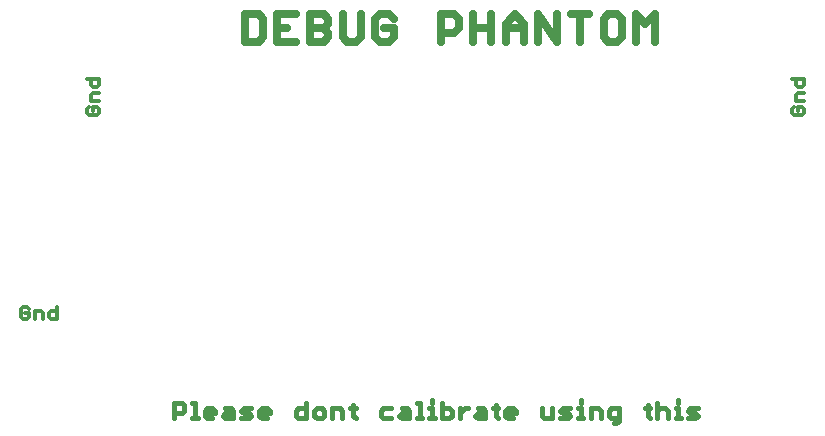
<source format=gto>
G75*
%MOIN*%
%OFA0B0*%
%FSLAX25Y25*%
%IPPOS*%
%LPD*%
%AMOC8*
5,1,8,0,0,1.08239X$1,22.5*
%
%ADD10C,0.02700*%
%ADD11C,0.01500*%
%ADD12C,0.01200*%
D10*
X0089960Y0137244D02*
X0094519Y0137244D01*
X0096039Y0138764D01*
X0096039Y0144843D01*
X0094519Y0146363D01*
X0089960Y0146363D01*
X0089960Y0137244D01*
X0100835Y0137244D02*
X0106914Y0137244D01*
X0111711Y0137244D02*
X0116270Y0137244D01*
X0117790Y0138764D01*
X0117790Y0140284D01*
X0116270Y0141804D01*
X0111711Y0141804D01*
X0116270Y0141804D02*
X0117790Y0143324D01*
X0117790Y0144843D01*
X0116270Y0146363D01*
X0111711Y0146363D01*
X0111711Y0137244D01*
X0103875Y0141804D02*
X0100835Y0141804D01*
X0100835Y0146363D02*
X0100835Y0137244D01*
X0100835Y0146363D02*
X0106914Y0146363D01*
X0122586Y0146363D02*
X0122586Y0138764D01*
X0124106Y0137244D01*
X0127145Y0137244D01*
X0128665Y0138764D01*
X0128665Y0146363D01*
X0133461Y0144843D02*
X0133461Y0138764D01*
X0134981Y0137244D01*
X0138021Y0137244D01*
X0139541Y0138764D01*
X0139541Y0141804D01*
X0136501Y0141804D01*
X0139541Y0144843D02*
X0138021Y0146363D01*
X0134981Y0146363D01*
X0133461Y0144843D01*
X0155212Y0146363D02*
X0155212Y0137244D01*
X0155212Y0140284D02*
X0159772Y0140284D01*
X0161291Y0141804D01*
X0161291Y0144843D01*
X0159772Y0146363D01*
X0155212Y0146363D01*
X0166088Y0146363D02*
X0166088Y0137244D01*
X0172167Y0137244D02*
X0172167Y0146363D01*
X0176963Y0143324D02*
X0180003Y0146363D01*
X0183042Y0143324D01*
X0183042Y0137244D01*
X0187839Y0137244D02*
X0187839Y0146363D01*
X0193918Y0137244D01*
X0193918Y0146363D01*
X0198714Y0146363D02*
X0204793Y0146363D01*
X0201754Y0146363D02*
X0201754Y0137244D01*
X0209589Y0138764D02*
X0211109Y0137244D01*
X0214149Y0137244D01*
X0215669Y0138764D01*
X0215669Y0144843D01*
X0214149Y0146363D01*
X0211109Y0146363D01*
X0209589Y0144843D01*
X0209589Y0138764D01*
X0220465Y0137244D02*
X0220465Y0146363D01*
X0223504Y0143324D01*
X0226544Y0146363D01*
X0226544Y0137244D01*
X0183042Y0141804D02*
X0176963Y0141804D01*
X0176963Y0143324D02*
X0176963Y0137244D01*
X0172167Y0141804D02*
X0166088Y0141804D01*
D11*
X0066424Y0016854D02*
X0066424Y0011750D01*
X0066424Y0013451D02*
X0068976Y0013451D01*
X0069827Y0014302D01*
X0069827Y0016004D01*
X0068976Y0016854D01*
X0066424Y0016854D01*
X0072501Y0016854D02*
X0073352Y0016854D01*
X0073352Y0011750D01*
X0072501Y0011750D02*
X0074203Y0011750D01*
X0076553Y0012601D02*
X0076553Y0014302D01*
X0077404Y0015153D01*
X0079105Y0015153D01*
X0079956Y0014302D01*
X0079956Y0013451D01*
X0076553Y0013451D01*
X0076553Y0012601D02*
X0077404Y0011750D01*
X0079105Y0011750D01*
X0082630Y0012601D02*
X0083481Y0013451D01*
X0086033Y0013451D01*
X0086033Y0014302D02*
X0086033Y0011750D01*
X0083481Y0011750D01*
X0082630Y0012601D01*
X0083481Y0015153D02*
X0085182Y0015153D01*
X0086033Y0014302D01*
X0088707Y0014302D02*
X0089558Y0015153D01*
X0092110Y0015153D01*
X0091259Y0013451D02*
X0089558Y0013451D01*
X0088707Y0014302D01*
X0088707Y0011750D02*
X0091259Y0011750D01*
X0092110Y0012601D01*
X0091259Y0013451D01*
X0094784Y0013451D02*
X0098187Y0013451D01*
X0098187Y0014302D01*
X0097337Y0015153D01*
X0095635Y0015153D01*
X0094784Y0014302D01*
X0094784Y0012601D01*
X0095635Y0011750D01*
X0097337Y0011750D01*
X0106939Y0012601D02*
X0106939Y0014302D01*
X0107790Y0015153D01*
X0110342Y0015153D01*
X0110342Y0016854D02*
X0110342Y0011750D01*
X0107790Y0011750D01*
X0106939Y0012601D01*
X0113016Y0012601D02*
X0113867Y0011750D01*
X0115568Y0011750D01*
X0116419Y0012601D01*
X0116419Y0014302D01*
X0115568Y0015153D01*
X0113867Y0015153D01*
X0113016Y0014302D01*
X0113016Y0012601D01*
X0119093Y0011750D02*
X0119093Y0015153D01*
X0121645Y0015153D01*
X0122496Y0014302D01*
X0122496Y0011750D01*
X0126021Y0012601D02*
X0126872Y0011750D01*
X0126021Y0012601D02*
X0126021Y0016004D01*
X0125170Y0015153D02*
X0126872Y0015153D01*
X0135299Y0014302D02*
X0135299Y0012601D01*
X0136150Y0011750D01*
X0138702Y0011750D01*
X0141376Y0012601D02*
X0142227Y0013451D01*
X0144779Y0013451D01*
X0144779Y0014302D02*
X0144779Y0011750D01*
X0142227Y0011750D01*
X0141376Y0012601D01*
X0143928Y0015153D02*
X0144779Y0014302D01*
X0143928Y0015153D02*
X0142227Y0015153D01*
X0138702Y0015153D02*
X0136150Y0015153D01*
X0135299Y0014302D01*
X0147453Y0011750D02*
X0149155Y0011750D01*
X0148304Y0011750D02*
X0148304Y0016854D01*
X0147453Y0016854D01*
X0151505Y0015153D02*
X0152356Y0015153D01*
X0152356Y0011750D01*
X0153206Y0011750D02*
X0151505Y0011750D01*
X0155556Y0011750D02*
X0158109Y0011750D01*
X0158959Y0012601D01*
X0158959Y0014302D01*
X0158109Y0015153D01*
X0155556Y0015153D01*
X0155556Y0016854D02*
X0155556Y0011750D01*
X0161634Y0011750D02*
X0161634Y0015153D01*
X0163335Y0015153D02*
X0161634Y0013451D01*
X0163335Y0015153D02*
X0164186Y0015153D01*
X0167549Y0015153D02*
X0169250Y0015153D01*
X0170101Y0014302D01*
X0170101Y0011750D01*
X0167549Y0011750D01*
X0166698Y0012601D01*
X0167549Y0013451D01*
X0170101Y0013451D01*
X0172775Y0015153D02*
X0174477Y0015153D01*
X0173626Y0016004D02*
X0173626Y0012601D01*
X0174477Y0011750D01*
X0176827Y0012601D02*
X0176827Y0014302D01*
X0177677Y0015153D01*
X0179379Y0015153D01*
X0180229Y0014302D01*
X0180229Y0013451D01*
X0176827Y0013451D01*
X0176827Y0012601D02*
X0177677Y0011750D01*
X0179379Y0011750D01*
X0188981Y0012601D02*
X0189832Y0011750D01*
X0192384Y0011750D01*
X0192384Y0015153D01*
X0195058Y0014302D02*
X0195909Y0015153D01*
X0198461Y0015153D01*
X0197610Y0013451D02*
X0195909Y0013451D01*
X0195058Y0014302D01*
X0195058Y0011750D02*
X0197610Y0011750D01*
X0198461Y0012601D01*
X0197610Y0013451D01*
X0201135Y0011750D02*
X0202837Y0011750D01*
X0201986Y0011750D02*
X0201986Y0015153D01*
X0201135Y0015153D01*
X0201986Y0016854D02*
X0201986Y0017705D01*
X0205187Y0015153D02*
X0207739Y0015153D01*
X0208590Y0014302D01*
X0208590Y0011750D01*
X0211264Y0012601D02*
X0211264Y0014302D01*
X0212115Y0015153D01*
X0214667Y0015153D01*
X0214667Y0010899D01*
X0213816Y0010049D01*
X0212965Y0010049D01*
X0212115Y0011750D02*
X0214667Y0011750D01*
X0212115Y0011750D02*
X0211264Y0012601D01*
X0205187Y0011750D02*
X0205187Y0015153D01*
X0188981Y0015153D02*
X0188981Y0012601D01*
X0223418Y0015153D02*
X0225120Y0015153D01*
X0224269Y0016004D02*
X0224269Y0012601D01*
X0225120Y0011750D01*
X0227470Y0011750D02*
X0227470Y0016854D01*
X0228320Y0015153D02*
X0230022Y0015153D01*
X0230873Y0014302D01*
X0230873Y0011750D01*
X0233547Y0011750D02*
X0235248Y0011750D01*
X0234398Y0011750D02*
X0234398Y0015153D01*
X0233547Y0015153D01*
X0234398Y0016854D02*
X0234398Y0017705D01*
X0237598Y0014302D02*
X0238449Y0015153D01*
X0241001Y0015153D01*
X0240151Y0013451D02*
X0238449Y0013451D01*
X0237598Y0014302D01*
X0237598Y0011750D02*
X0240151Y0011750D01*
X0241001Y0012601D01*
X0240151Y0013451D01*
X0228320Y0015153D02*
X0227470Y0014302D01*
X0152356Y0016854D02*
X0152356Y0017705D01*
D12*
X0027237Y0044900D02*
X0025336Y0044900D01*
X0024702Y0045534D01*
X0024702Y0046802D01*
X0025336Y0047435D01*
X0027237Y0047435D01*
X0027237Y0048703D02*
X0027237Y0044900D01*
X0022634Y0044900D02*
X0022634Y0046802D01*
X0022000Y0047435D01*
X0020098Y0047435D01*
X0020098Y0044900D01*
X0018030Y0045534D02*
X0018030Y0046802D01*
X0016762Y0046802D01*
X0018030Y0048069D02*
X0017396Y0048703D01*
X0016128Y0048703D01*
X0015494Y0048069D01*
X0015494Y0045534D01*
X0016128Y0044900D01*
X0017396Y0044900D01*
X0018030Y0045534D01*
X0038031Y0112994D02*
X0040566Y0112994D01*
X0041200Y0113628D01*
X0041200Y0114896D01*
X0040566Y0115530D01*
X0039298Y0115530D01*
X0039298Y0114262D01*
X0038031Y0115530D02*
X0037397Y0114896D01*
X0037397Y0113628D01*
X0038031Y0112994D01*
X0038665Y0117598D02*
X0038665Y0119500D01*
X0039298Y0120134D01*
X0041200Y0120134D01*
X0040566Y0122202D02*
X0039298Y0122202D01*
X0038665Y0122836D01*
X0038665Y0124737D01*
X0037397Y0124737D02*
X0041200Y0124737D01*
X0041200Y0122836D01*
X0040566Y0122202D01*
X0041200Y0117598D02*
X0038665Y0117598D01*
X0272397Y0114896D02*
X0272397Y0113628D01*
X0273031Y0112994D01*
X0275566Y0112994D01*
X0276200Y0113628D01*
X0276200Y0114896D01*
X0275566Y0115530D01*
X0274298Y0115530D01*
X0274298Y0114262D01*
X0273031Y0115530D02*
X0272397Y0114896D01*
X0273665Y0117598D02*
X0273665Y0119500D01*
X0274298Y0120134D01*
X0276200Y0120134D01*
X0275566Y0122202D02*
X0274298Y0122202D01*
X0273665Y0122836D01*
X0273665Y0124737D01*
X0272397Y0124737D02*
X0276200Y0124737D01*
X0276200Y0122836D01*
X0275566Y0122202D01*
X0276200Y0117598D02*
X0273665Y0117598D01*
M02*

</source>
